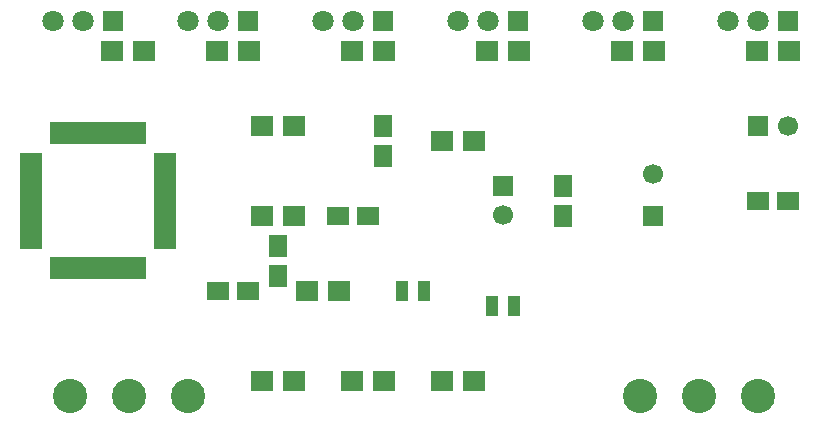
<source format=gts>
G04 #@! TF.FileFunction,Soldermask,Top*
%FSLAX46Y46*%
G04 Gerber Fmt 4.6, Leading zero omitted, Abs format (unit mm)*
G04 Created by KiCad (PCBNEW 4.0.2-stable) date 2016年05月15日日曜日 13:14:42*
%MOMM*%
G01*
G04 APERTURE LIST*
%ADD10C,0.100000*%
%ADD11C,1.700000*%
%ADD12R,1.700000X1.700000*%
%ADD13R,1.100000X1.700000*%
%ADD14R,1.900000X1.700000*%
%ADD15R,0.700000X1.900000*%
%ADD16R,1.900000X0.700000*%
%ADD17R,1.797000X1.797000*%
%ADD18C,1.797000*%
%ADD19R,1.650000X1.900000*%
%ADD20C,2.899360*%
%ADD21R,1.900000X1.650000*%
G04 APERTURE END LIST*
D10*
D11*
X199390000Y-110450000D03*
D12*
X199390000Y-107950000D03*
D11*
X212090000Y-106990000D03*
D12*
X212090000Y-110490000D03*
D11*
X223480000Y-102870000D03*
D12*
X220980000Y-102870000D03*
D13*
X198440000Y-118110000D03*
X200340000Y-118110000D03*
X190820000Y-116840000D03*
X192720000Y-116840000D03*
D14*
X168990000Y-96520000D03*
X166290000Y-96520000D03*
X175180000Y-96520000D03*
X177880000Y-96520000D03*
X186610000Y-96520000D03*
X189310000Y-96520000D03*
X198040000Y-96520000D03*
X200740000Y-96520000D03*
X209470000Y-96520000D03*
X212170000Y-96520000D03*
X220900000Y-96520000D03*
X223600000Y-96520000D03*
X181690000Y-110490000D03*
X178990000Y-110490000D03*
X196930000Y-104140000D03*
X194230000Y-104140000D03*
X178990000Y-124460000D03*
X181690000Y-124460000D03*
X196930000Y-124460000D03*
X194230000Y-124460000D03*
X182800000Y-116840000D03*
X185500000Y-116840000D03*
X178990000Y-102870000D03*
X181690000Y-102870000D03*
X189310000Y-124460000D03*
X186610000Y-124460000D03*
D15*
X161350000Y-114920000D03*
X161850000Y-114920000D03*
X162350000Y-114920000D03*
X162850000Y-114920000D03*
X163350000Y-114920000D03*
X163850000Y-114920000D03*
X164350000Y-114920000D03*
X164850000Y-114920000D03*
X165350000Y-114920000D03*
X165850000Y-114920000D03*
X166350000Y-114920000D03*
X166850000Y-114920000D03*
X167350000Y-114920000D03*
X167850000Y-114920000D03*
X168350000Y-114920000D03*
X168850000Y-114920000D03*
D16*
X170800000Y-112970000D03*
X170800000Y-112470000D03*
X170800000Y-111970000D03*
X170800000Y-111470000D03*
X170800000Y-110970000D03*
X170800000Y-110470000D03*
X170800000Y-109970000D03*
X170800000Y-109470000D03*
X170800000Y-108970000D03*
X170800000Y-108470000D03*
X170800000Y-107970000D03*
X170800000Y-107470000D03*
X170800000Y-106970000D03*
X170800000Y-106470000D03*
X170800000Y-105970000D03*
X170800000Y-105470000D03*
D15*
X168850000Y-103520000D03*
X168350000Y-103520000D03*
X167850000Y-103520000D03*
X167350000Y-103520000D03*
X166850000Y-103520000D03*
X166350000Y-103520000D03*
X165850000Y-103520000D03*
X165350000Y-103520000D03*
X164850000Y-103520000D03*
X164350000Y-103520000D03*
X163850000Y-103520000D03*
X163350000Y-103520000D03*
X162850000Y-103520000D03*
X162350000Y-103520000D03*
X161850000Y-103520000D03*
X161350000Y-103520000D03*
D16*
X159400000Y-105470000D03*
X159400000Y-105970000D03*
X159400000Y-106470000D03*
X159400000Y-106970000D03*
X159400000Y-107470000D03*
X159400000Y-107970000D03*
X159400000Y-108470000D03*
X159400000Y-108970000D03*
X159400000Y-109470000D03*
X159400000Y-109970000D03*
X159400000Y-110470000D03*
X159400000Y-110970000D03*
X159400000Y-111470000D03*
X159400000Y-111970000D03*
X159400000Y-112470000D03*
X159400000Y-112970000D03*
D17*
X223520000Y-93980000D03*
D18*
X220980000Y-93980000D03*
X218440000Y-93980000D03*
D17*
X212090000Y-93980000D03*
D18*
X209550000Y-93980000D03*
X207010000Y-93980000D03*
D17*
X200660000Y-93980000D03*
D18*
X198120000Y-93980000D03*
X195580000Y-93980000D03*
D17*
X189230000Y-93980000D03*
D18*
X186690000Y-93980000D03*
X184150000Y-93980000D03*
D17*
X177800000Y-93980000D03*
D18*
X175260000Y-93980000D03*
X172720000Y-93980000D03*
D17*
X166370000Y-93980000D03*
D18*
X163830000Y-93980000D03*
X161290000Y-93980000D03*
D19*
X180340000Y-115550000D03*
X180340000Y-113050000D03*
D20*
X215978740Y-125730000D03*
X210977480Y-125730000D03*
X220980000Y-125730000D03*
X167718740Y-125730000D03*
X162717480Y-125730000D03*
X172720000Y-125730000D03*
D21*
X185440000Y-110490000D03*
X187940000Y-110490000D03*
X177780000Y-116840000D03*
X175280000Y-116840000D03*
D19*
X189230000Y-105390000D03*
X189230000Y-102890000D03*
D21*
X221000000Y-109220000D03*
X223500000Y-109220000D03*
D19*
X204470000Y-107970000D03*
X204470000Y-110470000D03*
M02*

</source>
